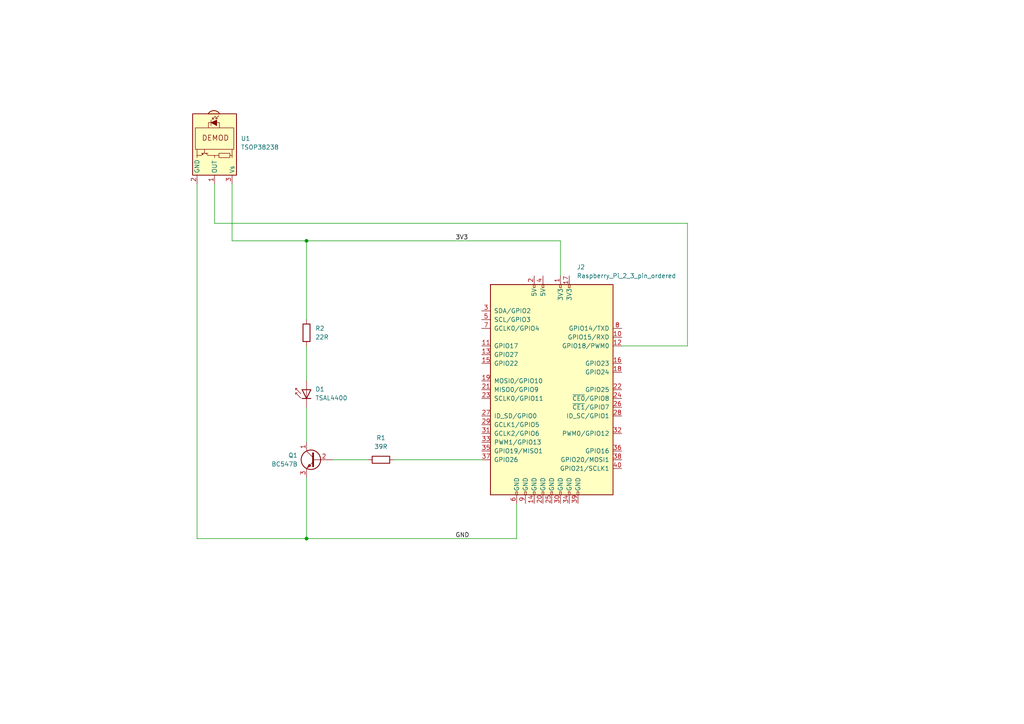
<source format=kicad_sch>
(kicad_sch (version 20231120) (generator "eeschema") (generator_version "8.0")
  (paper "A4")
  (lib_symbols
    (symbol "Device:R" (pin_numbers hide) (pin_names (offset 0))
      (property "Reference" "R" (at 2.032 0 90))
      (property "Value" "R" (at 0 0 90))
      (symbol "R_0_1"
        (rectangle (start -1.016 -2.54) (end 1.016 2.54) (stroke (width 0.254)))
      )
      (symbol "R_1_1"
        (pin passive line (at 0 3.81 270) (length 1.27) (name "~") (number "1"))
        (pin passive line (at 0 -3.81 90) (length 1.27) (name "~") (number "2"))
      )
    )
    (symbol "Interface_Optical:TSOP382xx"
      (property "Reference" "U" (at -10.16 7.62 0))
      (property "Value" "TSOP382xx" (at -10.16 -7.62 0))
      (symbol "TSOP382xx_0_0"
        (arc (start -10.287 1.397) (mid -11.0899 -0.1852) (end -10.287 -1.778) (stroke (width 0.254)) (fill (type background)))
        (polyline (pts (xy 1.905 -5.08) (xy 0.127 -5.08)))
        (polyline (pts (xy 1.905 5.08) (xy 0.127 5.08)))
        (text "DEMOD" (at -3.175 0.254 900) (effects (font (size 1.524 1.524))))
      )
      (symbol "TSOP382xx_0_1"
        (rectangle (start -6.096 5.588) (end 0.127 -5.588))
        (polyline (pts (xy -8.763 0.381) (xy -9.652 1.27)))
        (polyline (pts (xy -8.763 0.381) (xy -9.271 0.381)))
        (polyline (pts (xy -8.763 0.381) (xy -8.763 0.889)))
        (polyline (pts (xy -8.636 -0.635) (xy -9.525 0.254)))
        (polyline (pts (xy -8.636 -0.635) (xy -9.144 -0.635)))
        (polyline (pts (xy -8.636 -0.635) (xy -8.636 -0.127)))
        (polyline (pts (xy -8.382 -1.016) (xy -6.731 -1.016)))
        (polyline (pts (xy 1.27 -2.921) (xy 0.127 -2.921)))
        (polyline (pts (xy 1.27 -1.905) (xy 1.27 -3.81)))
        (polyline (pts (xy 1.397 -3.556) (xy 1.524 -3.556)))
        (polyline (pts (xy 1.651 -3.556) (xy 1.524 -3.556)))
        (polyline (pts (xy 1.651 -3.556) (xy 1.651 -3.302)))
        (polyline (pts (xy 1.905 0) (xy 1.905 1.27)))
        (polyline (pts (xy 1.905 4.445) (xy 1.905 5.08) (xy 2.54 5.08)))
        (polyline (pts (xy -8.382 0.635) (xy -6.731 0.635) (xy -7.62 -1.016) (xy -8.382 0.635)) (fill (type outline)))
        (polyline (pts (xy -6.096 1.397) (xy -7.62 1.397) (xy -7.62 -1.778) (xy -6.096 -1.778)))
        (polyline (pts (xy 1.27 -3.175) (xy 1.905 -3.81) (xy 1.905 -5.08) (xy 2.54 -5.08)))
        (polyline (pts (xy 1.27 -2.54) (xy 1.905 -1.905) (xy 1.905 0) (xy 2.54 0)))
        (rectangle (start 2.54 1.27) (end 1.27 4.445))
        (rectangle (start 7.62 6.35) (end -10.16 -6.35) (stroke (width 0.254)) (fill (type background)))
      )
      (symbol "TSOP382xx_1_1"
        (pin output line (at 10.16 0 180) (length 2.54) (name "OUT") (number "1"))
        (pin power_in line (at 10.16 -5.08 180) (length 2.54) (name "GND") (number "2"))
        (pin power_in line (at 10.16 5.08 180) (length 2.54) (name "Vs") (number "3"))
      )
    )
    (symbol "LED:TSAL4400" (pin_numbers hide) (pin_names (offset 1.016) hide)
      (property "Reference" "D" (at 0.508 1.778 0))
      (property "Value" "TSAL4400" (at -1.016 -2.794 0))
      (symbol "TSAL4400_0_1"
        (polyline (pts (xy -2.54 1.27) (xy -2.54 -1.27)) (stroke (width 0.254)))
        (polyline (pts (xy 0 0) (xy -2.54 0)))
        (polyline (pts (xy 0.381 3.175) (xy -0.127 3.175)))
        (polyline (pts (xy -1.143 1.651) (xy 0.381 3.175) (xy 0.381 2.667)))
        (polyline (pts (xy 0 1.27) (xy -2.54 0) (xy 0 -1.27) (xy 0 1.27)) (stroke (width 0.254)))
        (polyline (pts (xy -2.413 1.651) (xy -0.889 3.175) (xy -0.889 2.667) (xy -0.889 3.175) (xy -1.397 3.175)))
      )
      (symbol "TSAL4400_1_1"
        (pin passive line (at -5.08 0 0) (length 2.54) (name "K") (number "1"))
        (pin passive line (at 2.54 0 180) (length 2.54) (name "A") (number "2"))
      )
    )
    (symbol "My_RaspberryPi:Raspberry_Pi_2_3_pin_ordered" (pin_names (offset 1.016))
      (property "Reference" "J" (at -17.78 31.75 0))
      (property "Value" "Raspberry_Pi_2_3_pin_ordered" (at 10.16 -31.75 0))
      (symbol "Raspberry_Pi_2_3_pin_ordered_0_1"
        (rectangle (start -17.78 30.48) (end 17.78 -30.48) (stroke (width 0.254)) (fill (type background)))
      )
      (symbol "Raspberry_Pi_2_3_pin_ordered_1_1"
        (rectangle (start -10.414 -29.591) (end -9.906 -30.48))
        (rectangle (start -7.874 -29.591) (end -7.366 -30.48))
        (rectangle (start -5.334 -29.591) (end -4.826 -30.48))
        (rectangle (start -5.334 30.48) (end -4.826 29.591))
        (rectangle (start -2.794 -29.591) (end -2.286 -30.48))
        (rectangle (start -2.794 30.48) (end -2.286 29.591))
        (rectangle (start -0.254 -29.591) (end 0.254 -30.48))
        (rectangle (start 2.286 -29.591) (end 2.794 -30.48))
        (rectangle (start 2.286 30.48) (end 2.794 29.591))
        (rectangle (start 4.826 -29.591) (end 5.334 -30.48))
        (rectangle (start 4.826 30.48) (end 5.334 29.591))
        (rectangle (start 7.366 -29.591) (end 7.874 -30.48))
        (pin power_in line (at 2.54 33.02 270) (length 2.54) (name "3V3") (number "1"))
        (pin bidirectional line (at 20.32 15.24 180) (length 2.54) (name "GPIO15/RXD") (number "10"))
        (pin bidirectional line (at -20.32 12.7 0) (length 2.54) (name "GPIO17") (number "11"))
        (pin bidirectional line (at 20.32 12.7 180) (length 2.54) (name "GPIO18/PWM0") (number "12"))
        (pin bidirectional line (at -20.32 10.16 0) (length 2.54) (name "GPIO27") (number "13"))
        (pin power_in line (at -5.08 -33.02 90) (length 2.54) (name "GND") (number "14"))
        (pin bidirectional line (at -20.32 7.62 0) (length 2.54) (name "GPIO22") (number "15"))
        (pin bidirectional line (at 20.32 7.62 180) (length 2.54) (name "GPIO23") (number "16"))
        (pin power_in line (at 5.08 33.02 270) (length 2.54) (name "3V3") (number "17"))
        (pin bidirectional line (at 20.32 5.08 180) (length 2.54) (name "GPIO24") (number "18"))
        (pin bidirectional line (at -20.32 2.54 0) (length 2.54) (name "MOSI0/GPIO10") (number "19"))
        (pin power_in line (at -5.08 33.02 270) (length 2.54) (name "5V") (number "2"))
        (pin power_in line (at -2.54 -33.02 90) (length 2.54) (name "GND") (number "20"))
        (pin bidirectional line (at -20.32 0 0) (length 2.54) (name "MISO0/GPIO9") (number "21"))
        (pin bidirectional line (at 20.32 0 180) (length 2.54) (name "GPIO25") (number "22"))
        (pin bidirectional line (at -20.32 -2.54 0) (length 2.54) (name "SCLK0/GPIO11") (number "23"))
        (pin bidirectional line (at 20.32 -2.54 180) (length 2.54) (name "~{CE0}/GPIO8") (number "24"))
        (pin power_in line (at 0 -33.02 90) (length 2.54) (name "GND") (number "25"))
        (pin bidirectional line (at 20.32 -5.08 180) (length 2.54) (name "~{CE1}/GPIO7") (number "26"))
        (pin bidirectional line (at -20.32 -7.62 0) (length 2.54) (name "ID_SD/GPIO0") (number "27"))
        (pin bidirectional line (at 20.32 -7.62 180) (length 2.54) (name "ID_SC/GPIO1") (number "28"))
        (pin bidirectional line (at -20.32 -10.16 0) (length 2.54) (name "GCLK1/GPIO5") (number "29"))
        (pin bidirectional line (at -20.32 22.86 0) (length 2.54) (name "SDA/GPIO2") (number "3"))
        (pin power_in line (at 2.54 -33.02 90) (length 2.54) (name "GND") (number "30"))
        (pin bidirectional line (at -20.32 -12.7 0) (length 2.54) (name "GCLK2/GPIO6") (number "31"))
        (pin bidirectional line (at 20.32 -12.7 180) (length 2.54) (name "PWM0/GPIO12") (number "32"))
        (pin bidirectional line (at -20.32 -15.24 0) (length 2.54) (name "PWM1/GPIO13") (number "33"))
        (pin power_in line (at 5.08 -33.02 90) (length 2.54) (name "GND") (number "34"))
        (pin bidirectional line (at -20.32 -17.78 0) (length 2.54) (name "GPIO19/MISO1") (number "35"))
        (pin bidirectional line (at 20.32 -17.78 180) (length 2.54) (name "GPIO16") (number "36"))
        (pin bidirectional line (at -20.32 -20.32 0) (length 2.54) (name "GPIO26") (number "37"))
        (pin bidirectional line (at 20.32 -20.32 180) (length 2.54) (name "GPIO20/MOSI1") (number "38"))
        (pin power_in line (at 7.62 -33.02 90) (length 2.54) (name "GND") (number "39"))
        (pin power_in line (at -2.54 33.02 270) (length 2.54) (name "5V") (number "4"))
        (pin bidirectional line (at 20.32 -22.86 180) (length 2.54) (name "GPIO21/SCLK1") (number "40"))
        (pin bidirectional line (at -20.32 20.32 0) (length 2.54) (name "SCL/GPIO3") (number "5"))
        (pin power_in line (at -10.16 -33.02 90) (length 2.54) (name "GND") (number "6"))
        (pin bidirectional line (at -20.32 17.78 0) (length 2.54) (name "GCLK0/GPIO4") (number "7"))
        (pin bidirectional line (at 20.32 17.78 180) (length 2.54) (name "GPIO14/TXD") (number "8"))
        (pin power_in line (at -7.62 -33.02 90) (length 2.54) (name "GND") (number "9"))
      )
    )
    (symbol "Transistor_BJT:BC547" (pin_names (offset 0) hide)
      (property "Reference" "Q" (at 5.08 1.905 0))
      (property "Value" "BC547" (at 5.08 0 0))
      (symbol "BC547_0_1"
        (polyline (pts (xy 0 0) (xy 0.635 0)))
        (polyline (pts (xy 0.635 0.635) (xy 2.54 2.54)))
        (polyline (pts (xy 0.635 -0.635) (xy 2.54 -2.54) (xy 2.54 -2.54)))
        (polyline (pts (xy 0.635 1.905) (xy 0.635 -1.905) (xy 0.635 -1.905)) (stroke (width 0.508)))
        (polyline (pts (xy 1.27 -1.778) (xy 1.778 -1.27) (xy 2.286 -2.286) (xy 1.27 -1.778) (xy 1.27 -1.778)) (fill (type outline)))
        (circle (center 1.27 0) (radius 2.8194) (stroke (width 0.254)))
      )
      (symbol "BC547_1_1"
        (pin passive line (at 2.54 5.08 270) (length 2.54) (name "C") (number "1"))
        (pin input line (at -5.08 0 0) (length 5.08) (name "B") (number "2"))
        (pin passive line (at 2.54 -5.08 90) (length 2.54) (name "E") (number "3"))
      )
    )
  )
  (junction (at 88.9 69.85))
  (junction (at 88.9 156.21))
  (wire (pts (xy 67.31 69.85) (xy 67.31 53.34)))
  (wire (pts (xy 96.52 133.35) (xy 106.68 133.35)))
  (wire (pts (xy 88.9 156.21) (xy 149.86 156.21)))
  (wire (pts (xy 199.39 64.77) (xy 199.39 100.33)))
  (wire (pts (xy 162.56 80.01) (xy 162.56 69.85)))
  (wire (pts (xy 57.15 156.21) (xy 88.9 156.21)))
  (wire (pts (xy 62.23 53.34) (xy 62.23 64.77)))
  (wire (pts (xy 88.9 100.33) (xy 88.9 110.49)))
  (wire (pts (xy 88.9 138.43) (xy 88.9 156.21)))
  (wire (pts (xy 57.15 156.21) (xy 57.15 53.34)))
  (wire (pts (xy 88.9 69.85) (xy 88.9 92.71)))
  (wire (pts (xy 114.3 133.35) (xy 139.7 133.35)))
  (wire (pts (xy 88.9 69.85) (xy 67.31 69.85)))
  (wire (pts (xy 199.39 100.33) (xy 180.34 100.33)))
  (wire (pts (xy 62.23 64.77) (xy 199.39 64.77)))
  (wire (pts (xy 88.9 118.11) (xy 88.9 128.27)))
  (wire (pts (xy 149.86 146.05) (xy 149.86 156.21)))
  (wire (pts (xy 162.56 69.85) (xy 88.9 69.85)))
  (label "GND" (at 132.08 156.21 0))
  (label "3V3" (at 132.08 69.85 0))
  (symbol (lib_id "LED:TSAL4400") (at 88.9 113.03 90) (unit 1)
    (property "Reference" "D1" (at 91.44 112.9029 90) (effects (justify right)))
    (property "Value" "TSAL4400" (at 91.44 115.4429 90) (effects (justify right)))
    (property "Footprint" "LED_THT:LED_D3.0mm_IRBlack" (effects (hide yes)))
    (property "Datasheet" "http://www.vishay.com/docs/81006/tsal4400.pdf" (effects (hide yes)))
    (property "Description" "Infrared LED , 3mm LED package" (effects (hide yes)))
  )
  (symbol (lib_id "Device:R") (at 110.49 133.35 90) (unit 1)
    (property "Reference" "R1" (at 110.49 127 90))
    (property "Value" "39R" (at 110.49 129.54 90))
    (property "Footprint" "My_Misc:R_Axial_DIN0207_L6.3mm_D2.5mm_P10.16mm_Horizontal_large" (effects (hide yes)))
    (property "Description" "Resistor" (effects (hide yes)))
  )
  (symbol (lib_id "Interface_Optical:TSOP382xx") (at 62.23 43.18 270) (unit 1)
    (property "Reference" "U1" (at 69.85 40.1749 90) (effects (justify left)))
    (property "Value" "TSOP38238" (at 69.85 42.7149 90) (effects (justify left)))
    (property "Footprint" "OptoDevice:Vishay_MINICAST-3Pin" (effects (hide yes)))
    (property "Datasheet" "http://www.vishay.com/docs/82491/tsop382.pdf" (effects (hide yes)))
    (property "Description" "Photo Modules for PCM Remote Control Systems" (effects (hide yes)))
  )
  (symbol (lib_id "Transistor_BJT:BC547") (at 91.44 133.35 0) (mirror y) (unit 1)
    (property "Reference" "Q1" (at 86.36 132.0799 0) (effects (justify left)))
    (property "Value" "BC547B" (at 86.36 134.6199 0) (effects (justify left)))
    (property "Footprint" "My_Misc:TO-92_Inline_Wide_large" (effects (hide yes)))
    (property "Datasheet" "https://www.onsemi.com/pub/Collateral/BC550-D.pdf" (effects (hide yes)))
    (property "Description" "0.1A Ic, 45V Vce, Small Signal NPN Transistor, TO-92" (effects (hide yes)))
  )
  (symbol (lib_id "Device:R") (at 88.9 96.52 0) (unit 1)
    (property "Reference" "R2" (at 91.44 95.2499 0) (effects (justify left)))
    (property "Value" "22R" (at 91.44 97.7899 0) (effects (justify left)))
    (property "Footprint" "My_Misc:R_Axial_DIN0207_L6.3mm_D2.5mm_P10.16mm_Horizontal_large" (effects (hide yes)))
    (property "Description" "Resistor" (effects (hide yes)))
  )
  (symbol (lib_id "My_RaspberryPi:Raspberry_Pi_2_3_pin_ordered") (at 160.02 113.03 0) (unit 1)
    (property "Reference" "J2" (at 167.2941 77.47 0) (effects (justify left)))
    (property "Value" "Raspberry_Pi_2_3_pin_ordered" (at 167.2941 80.01 0) (effects (justify left)))
    (property "Footprint" "My_RaspberryPi:RaspberryPi_Hat_2x20_pin_GPIO_larger_pads" (effects (hide yes)))
    (property "Datasheet" "https://www.raspberrypi.org/documentation/hardware/raspberrypi/schematics/rpi_SCH_3bplus_1p0_reduced.pdf" (effects (hide yes)))
    (property "Description" "expansion header for Raspberry Pi 2 & 3" (effects (hide yes)))
  )
)
</source>
